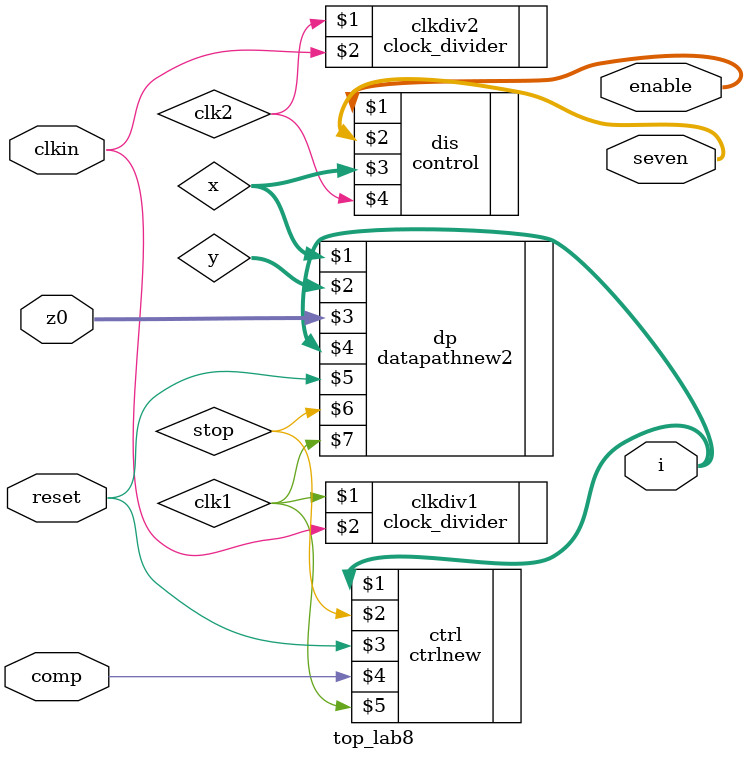
<source format=v>
`timescale 1ns / 1ps


module top_lab8(
	output [7:0] seven,
	output [3:0] enable,
	output [3:0] i,
	input [15:0] z0,
	input reset,
	input comp,
	input clkin
	);
	
	wire [15:0] x,y;
	
	clock_divider #(.timeconst(5)) clkdiv1(clk1,clkin);
    clock_divider #(.timeconst(20)) clkdiv2(clk2,clkin);
	ctrlnew ctrl(i,stop,reset,comp,clk1);
	datapathnew2 dp(x,y,z0,i,reset,stop,clk1);
	//control dis(enable,seven,x[13:2],clk1);
	control dis(enable,seven,x,clk2);
endmodule

</source>
